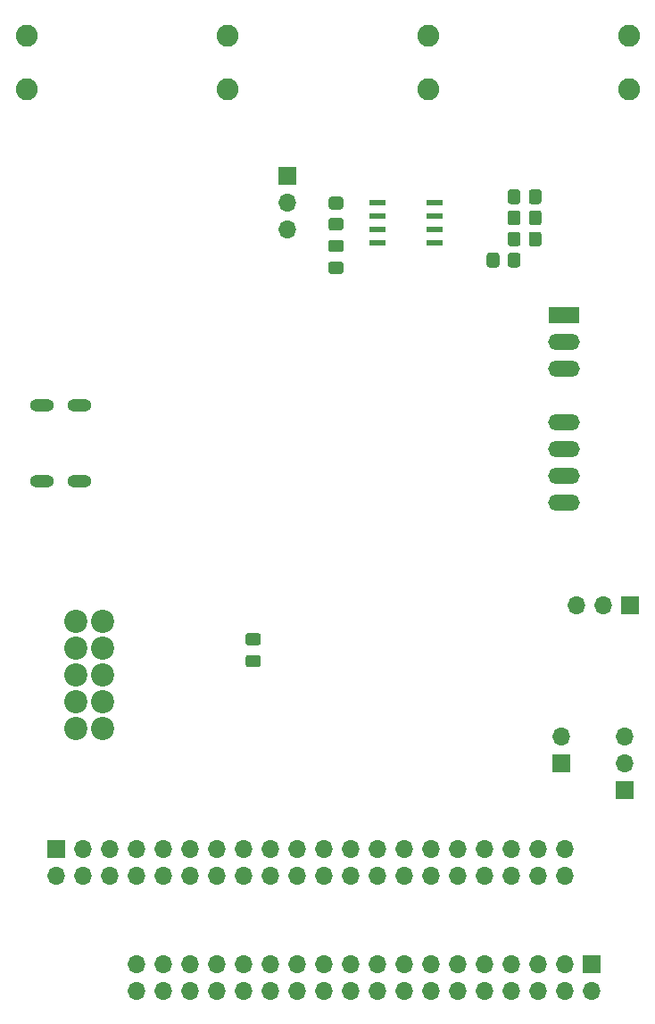
<source format=gbs>
%TF.GenerationSoftware,KiCad,Pcbnew,(5.1.7)-1*%
%TF.CreationDate,2020-10-18T12:33:11-05:00*%
%TF.ProjectId,Programmer Board,50726f67-7261-46d6-9d65-7220426f6172,A*%
%TF.SameCoordinates,Original*%
%TF.FileFunction,Soldermask,Bot*%
%TF.FilePolarity,Negative*%
%FSLAX46Y46*%
G04 Gerber Fmt 4.6, Leading zero omitted, Abs format (unit mm)*
G04 Created by KiCad (PCBNEW (5.1.7)-1) date 2020-10-18 12:33:11*
%MOMM*%
%LPD*%
G01*
G04 APERTURE LIST*
%ADD10C,2.200000*%
%ADD11O,1.700000X1.700000*%
%ADD12R,1.700000X1.700000*%
%ADD13R,1.550000X0.600000*%
%ADD14O,3.000000X1.500000*%
%ADD15R,3.000000X1.500000*%
%ADD16C,2.082800*%
%ADD17O,2.300000X1.200000*%
G04 APERTURE END LIST*
D10*
%TO.C,J7*%
X114960000Y-139710000D03*
X117500000Y-139710000D03*
X114960000Y-137170000D03*
X117500000Y-137170000D03*
X114960000Y-134630000D03*
X117500000Y-134630000D03*
X114960000Y-132090000D03*
X117500000Y-132090000D03*
X114960000Y-129550000D03*
X117500000Y-129550000D03*
%TD*%
D11*
%TO.C,J5*%
X161290000Y-153670000D03*
X161290000Y-151130000D03*
X158750000Y-153670000D03*
X158750000Y-151130000D03*
X156210000Y-153670000D03*
X156210000Y-151130000D03*
X153670000Y-153670000D03*
X153670000Y-151130000D03*
X151130000Y-153670000D03*
X151130000Y-151130000D03*
X148590000Y-153670000D03*
X148590000Y-151130000D03*
X146050000Y-153670000D03*
X146050000Y-151130000D03*
X143510000Y-153670000D03*
X143510000Y-151130000D03*
X140970000Y-153670000D03*
X140970000Y-151130000D03*
X138430000Y-153670000D03*
X138430000Y-151130000D03*
X135890000Y-153670000D03*
X135890000Y-151130000D03*
X133350000Y-153670000D03*
X133350000Y-151130000D03*
X130810000Y-153670000D03*
X130810000Y-151130000D03*
X128270000Y-153670000D03*
X128270000Y-151130000D03*
X125730000Y-153670000D03*
X125730000Y-151130000D03*
X123190000Y-153670000D03*
X123190000Y-151130000D03*
X120650000Y-153670000D03*
X120650000Y-151130000D03*
X118110000Y-153670000D03*
X118110000Y-151130000D03*
X115570000Y-153670000D03*
X115570000Y-151130000D03*
X113030000Y-153670000D03*
D12*
X113030000Y-151130000D03*
%TD*%
D13*
%TO.C,U3*%
X143550000Y-89845000D03*
X148950000Y-89845000D03*
X143550000Y-91115000D03*
X148950000Y-91115000D03*
X143550000Y-92385000D03*
X148950000Y-92385000D03*
X143550000Y-93655000D03*
X148950000Y-93655000D03*
%TD*%
D14*
%TO.C,U2*%
X161250000Y-118280000D03*
X161250000Y-115740000D03*
X161250000Y-105580000D03*
X161250000Y-113200000D03*
X161250000Y-110660000D03*
X161250000Y-103040000D03*
D15*
X161250000Y-100500000D03*
%TD*%
%TO.C,R10*%
G36*
G01*
X157900000Y-91700001D02*
X157900000Y-90799999D01*
G75*
G02*
X158149999Y-90550000I249999J0D01*
G01*
X158850001Y-90550000D01*
G75*
G02*
X159100000Y-90799999I0J-249999D01*
G01*
X159100000Y-91700001D01*
G75*
G02*
X158850001Y-91950000I-249999J0D01*
G01*
X158149999Y-91950000D01*
G75*
G02*
X157900000Y-91700001I0J249999D01*
G01*
G37*
G36*
G01*
X155900000Y-91700001D02*
X155900000Y-90799999D01*
G75*
G02*
X156149999Y-90550000I249999J0D01*
G01*
X156850001Y-90550000D01*
G75*
G02*
X157100000Y-90799999I0J-249999D01*
G01*
X157100000Y-91700001D01*
G75*
G02*
X156850001Y-91950000I-249999J0D01*
G01*
X156149999Y-91950000D01*
G75*
G02*
X155900000Y-91700001I0J249999D01*
G01*
G37*
%TD*%
%TO.C,R9*%
G36*
G01*
X157900000Y-89700001D02*
X157900000Y-88799999D01*
G75*
G02*
X158149999Y-88550000I249999J0D01*
G01*
X158850001Y-88550000D01*
G75*
G02*
X159100000Y-88799999I0J-249999D01*
G01*
X159100000Y-89700001D01*
G75*
G02*
X158850001Y-89950000I-249999J0D01*
G01*
X158149999Y-89950000D01*
G75*
G02*
X157900000Y-89700001I0J249999D01*
G01*
G37*
G36*
G01*
X155900000Y-89700001D02*
X155900000Y-88799999D01*
G75*
G02*
X156149999Y-88550000I249999J0D01*
G01*
X156850001Y-88550000D01*
G75*
G02*
X157100000Y-88799999I0J-249999D01*
G01*
X157100000Y-89700001D01*
G75*
G02*
X156850001Y-89950000I-249999J0D01*
G01*
X156149999Y-89950000D01*
G75*
G02*
X155900000Y-89700001I0J249999D01*
G01*
G37*
%TD*%
%TO.C,R8*%
G36*
G01*
X157900000Y-93711000D02*
X157900000Y-92810998D01*
G75*
G02*
X158149999Y-92560999I249999J0D01*
G01*
X158850001Y-92560999D01*
G75*
G02*
X159100000Y-92810998I0J-249999D01*
G01*
X159100000Y-93711000D01*
G75*
G02*
X158850001Y-93960999I-249999J0D01*
G01*
X158149999Y-93960999D01*
G75*
G02*
X157900000Y-93711000I0J249999D01*
G01*
G37*
G36*
G01*
X155900000Y-93711000D02*
X155900000Y-92810998D01*
G75*
G02*
X156149999Y-92560999I249999J0D01*
G01*
X156850001Y-92560999D01*
G75*
G02*
X157100000Y-92810998I0J-249999D01*
G01*
X157100000Y-93711000D01*
G75*
G02*
X156850001Y-93960999I-249999J0D01*
G01*
X156149999Y-93960999D01*
G75*
G02*
X155900000Y-93711000I0J249999D01*
G01*
G37*
%TD*%
%TO.C,R7*%
G36*
G01*
X155900000Y-95700001D02*
X155900000Y-94799999D01*
G75*
G02*
X156149999Y-94550000I249999J0D01*
G01*
X156850001Y-94550000D01*
G75*
G02*
X157100000Y-94799999I0J-249999D01*
G01*
X157100000Y-95700001D01*
G75*
G02*
X156850001Y-95950000I-249999J0D01*
G01*
X156149999Y-95950000D01*
G75*
G02*
X155900000Y-95700001I0J249999D01*
G01*
G37*
G36*
G01*
X153900000Y-95700001D02*
X153900000Y-94799999D01*
G75*
G02*
X154149999Y-94550000I249999J0D01*
G01*
X154850001Y-94550000D01*
G75*
G02*
X155100000Y-94799999I0J-249999D01*
G01*
X155100000Y-95700001D01*
G75*
G02*
X154850001Y-95950000I-249999J0D01*
G01*
X154149999Y-95950000D01*
G75*
G02*
X153900000Y-95700001I0J249999D01*
G01*
G37*
%TD*%
%TO.C,R6*%
G36*
G01*
X139149999Y-91250000D02*
X140050001Y-91250000D01*
G75*
G02*
X140300000Y-91499999I0J-249999D01*
G01*
X140300000Y-92200001D01*
G75*
G02*
X140050001Y-92450000I-249999J0D01*
G01*
X139149999Y-92450000D01*
G75*
G02*
X138900000Y-92200001I0J249999D01*
G01*
X138900000Y-91499999D01*
G75*
G02*
X139149999Y-91250000I249999J0D01*
G01*
G37*
G36*
G01*
X139149999Y-89250000D02*
X140050001Y-89250000D01*
G75*
G02*
X140300000Y-89499999I0J-249999D01*
G01*
X140300000Y-90200001D01*
G75*
G02*
X140050001Y-90450000I-249999J0D01*
G01*
X139149999Y-90450000D01*
G75*
G02*
X138900000Y-90200001I0J249999D01*
G01*
X138900000Y-89499999D01*
G75*
G02*
X139149999Y-89250000I249999J0D01*
G01*
G37*
%TD*%
D11*
%TO.C,J13*%
X161000000Y-140460000D03*
D12*
X161000000Y-143000000D03*
%TD*%
D16*
%TO.C,J12*%
X148350000Y-73960000D03*
X148350000Y-79040000D03*
%TD*%
%TO.C,J11*%
X167400000Y-73960000D03*
X167400000Y-79040000D03*
%TD*%
D11*
%TO.C,J10*%
X162460000Y-128000000D03*
X165000000Y-128000000D03*
D12*
X167540000Y-128000000D03*
%TD*%
D11*
%TO.C,J9*%
X120650000Y-164540000D03*
X120650000Y-162000000D03*
X123190000Y-164540000D03*
X123190000Y-162000000D03*
X125730000Y-164540000D03*
X125730000Y-162000000D03*
X128270000Y-164540000D03*
X128270000Y-162000000D03*
X130810000Y-164540000D03*
X130810000Y-162000000D03*
X133350000Y-164540000D03*
X133350000Y-162000000D03*
X135890000Y-164540000D03*
X135890000Y-162000000D03*
X138430000Y-164540000D03*
X138430000Y-162000000D03*
X140970000Y-164540000D03*
X140970000Y-162000000D03*
X143510000Y-164540000D03*
X143510000Y-162000000D03*
X146050000Y-164540000D03*
X146050000Y-162000000D03*
X148590000Y-164540000D03*
X148590000Y-162000000D03*
X151130000Y-164540000D03*
X151130000Y-162000000D03*
X153670000Y-164540000D03*
X153670000Y-162000000D03*
X156210000Y-164540000D03*
X156210000Y-162000000D03*
X158750000Y-164540000D03*
X158750000Y-162000000D03*
X161290000Y-164540000D03*
X161290000Y-162000000D03*
X163830000Y-164540000D03*
D12*
X163830000Y-162000000D03*
%TD*%
D11*
%TO.C,J6*%
X167000000Y-140470000D03*
X167000000Y-143010000D03*
D12*
X167000000Y-145550000D03*
%TD*%
D17*
%TO.C,J4*%
X115235000Y-116200000D03*
X111685000Y-116200000D03*
X115235000Y-109000000D03*
X111685000Y-109000000D03*
%TD*%
D16*
%TO.C,J3*%
X110250000Y-73960000D03*
X110250000Y-79040000D03*
%TD*%
D11*
%TO.C,J2*%
X135000000Y-92330000D03*
X135000000Y-89790000D03*
D12*
X135000000Y-87250000D03*
%TD*%
D16*
%TO.C,J1*%
X129300000Y-73960000D03*
X129300000Y-79040000D03*
%TD*%
%TO.C,C10*%
G36*
G01*
X139125000Y-95400000D02*
X140075000Y-95400000D01*
G75*
G02*
X140325000Y-95650000I0J-250000D01*
G01*
X140325000Y-96325000D01*
G75*
G02*
X140075000Y-96575000I-250000J0D01*
G01*
X139125000Y-96575000D01*
G75*
G02*
X138875000Y-96325000I0J250000D01*
G01*
X138875000Y-95650000D01*
G75*
G02*
X139125000Y-95400000I250000J0D01*
G01*
G37*
G36*
G01*
X139125000Y-93325000D02*
X140075000Y-93325000D01*
G75*
G02*
X140325000Y-93575000I0J-250000D01*
G01*
X140325000Y-94250000D01*
G75*
G02*
X140075000Y-94500000I-250000J0D01*
G01*
X139125000Y-94500000D01*
G75*
G02*
X138875000Y-94250000I0J250000D01*
G01*
X138875000Y-93575000D01*
G75*
G02*
X139125000Y-93325000I250000J0D01*
G01*
G37*
%TD*%
%TO.C,C4*%
G36*
G01*
X131275000Y-132700000D02*
X132225000Y-132700000D01*
G75*
G02*
X132475000Y-132950000I0J-250000D01*
G01*
X132475000Y-133625000D01*
G75*
G02*
X132225000Y-133875000I-250000J0D01*
G01*
X131275000Y-133875000D01*
G75*
G02*
X131025000Y-133625000I0J250000D01*
G01*
X131025000Y-132950000D01*
G75*
G02*
X131275000Y-132700000I250000J0D01*
G01*
G37*
G36*
G01*
X131275000Y-130625000D02*
X132225000Y-130625000D01*
G75*
G02*
X132475000Y-130875000I0J-250000D01*
G01*
X132475000Y-131550000D01*
G75*
G02*
X132225000Y-131800000I-250000J0D01*
G01*
X131275000Y-131800000D01*
G75*
G02*
X131025000Y-131550000I0J250000D01*
G01*
X131025000Y-130875000D01*
G75*
G02*
X131275000Y-130625000I250000J0D01*
G01*
G37*
%TD*%
M02*

</source>
